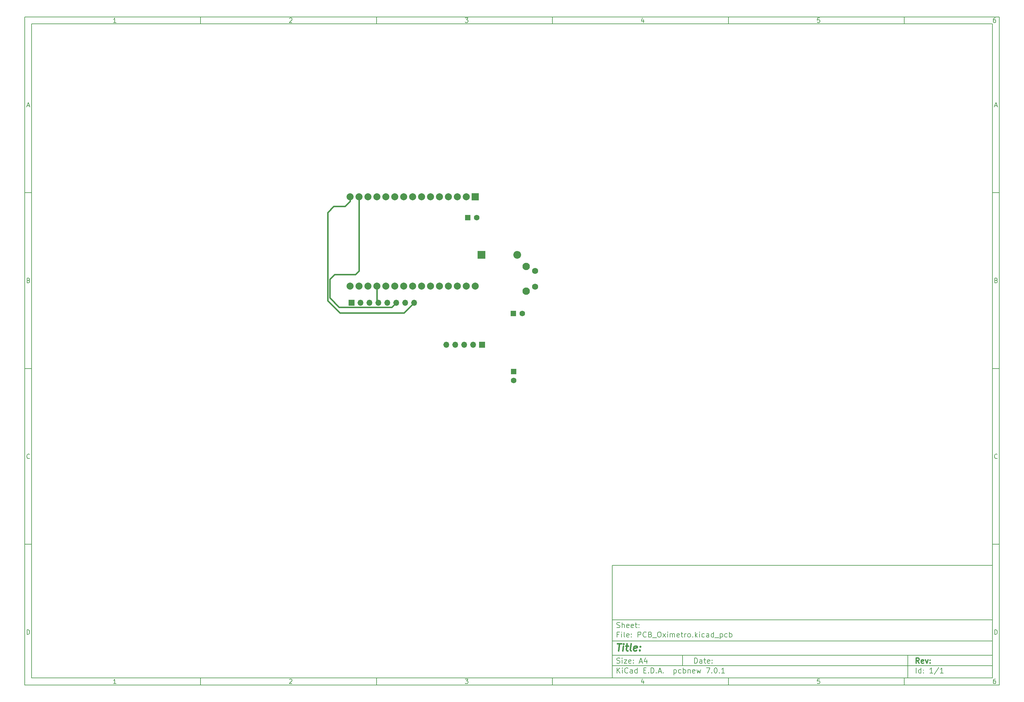
<source format=gbr>
%TF.GenerationSoftware,KiCad,Pcbnew,7.0.1*%
%TF.CreationDate,2023-09-12T17:22:40-03:00*%
%TF.ProjectId,PCB_Oximetro,5043425f-4f78-4696-9d65-74726f2e6b69,rev?*%
%TF.SameCoordinates,Original*%
%TF.FileFunction,Copper,L2,Bot*%
%TF.FilePolarity,Positive*%
%FSLAX46Y46*%
G04 Gerber Fmt 4.6, Leading zero omitted, Abs format (unit mm)*
G04 Created by KiCad (PCBNEW 7.0.1) date 2023-09-12 17:22:40*
%MOMM*%
%LPD*%
G01*
G04 APERTURE LIST*
%ADD10C,0.100000*%
%ADD11C,0.150000*%
%ADD12C,0.300000*%
%ADD13C,0.400000*%
%TA.AperFunction,ComponentPad*%
%ADD14R,1.600000X1.600000*%
%TD*%
%TA.AperFunction,ComponentPad*%
%ADD15C,1.600000*%
%TD*%
%TA.AperFunction,ComponentPad*%
%ADD16R,1.700000X1.700000*%
%TD*%
%TA.AperFunction,ComponentPad*%
%ADD17O,1.700000X1.700000*%
%TD*%
%TA.AperFunction,ComponentPad*%
%ADD18R,2.200000X2.200000*%
%TD*%
%TA.AperFunction,ComponentPad*%
%ADD19O,2.200000X2.200000*%
%TD*%
%TA.AperFunction,ComponentPad*%
%ADD20C,2.100000*%
%TD*%
%TA.AperFunction,ComponentPad*%
%ADD21C,1.750000*%
%TD*%
%TA.AperFunction,ComponentPad*%
%ADD22R,2.000000X2.000000*%
%TD*%
%TA.AperFunction,ComponentPad*%
%ADD23C,2.000000*%
%TD*%
%TA.AperFunction,Conductor*%
%ADD24C,0.381000*%
%TD*%
G04 APERTURE END LIST*
D10*
D11*
X177002200Y-166007200D02*
X285002200Y-166007200D01*
X285002200Y-198007200D01*
X177002200Y-198007200D01*
X177002200Y-166007200D01*
D10*
D11*
X10000000Y-10000000D02*
X287002200Y-10000000D01*
X287002200Y-200007200D01*
X10000000Y-200007200D01*
X10000000Y-10000000D01*
D10*
D11*
X12000000Y-12000000D02*
X285002200Y-12000000D01*
X285002200Y-198007200D01*
X12000000Y-198007200D01*
X12000000Y-12000000D01*
D10*
D11*
X60000000Y-12000000D02*
X60000000Y-10000000D01*
D10*
D11*
X110000000Y-12000000D02*
X110000000Y-10000000D01*
D10*
D11*
X160000000Y-12000000D02*
X160000000Y-10000000D01*
D10*
D11*
X210000000Y-12000000D02*
X210000000Y-10000000D01*
D10*
D11*
X260000000Y-12000000D02*
X260000000Y-10000000D01*
D10*
D11*
X35990476Y-11601404D02*
X35247619Y-11601404D01*
X35619047Y-11601404D02*
X35619047Y-10301404D01*
X35619047Y-10301404D02*
X35495238Y-10487119D01*
X35495238Y-10487119D02*
X35371428Y-10610928D01*
X35371428Y-10610928D02*
X35247619Y-10672833D01*
D10*
D11*
X85247619Y-10425214D02*
X85309523Y-10363309D01*
X85309523Y-10363309D02*
X85433333Y-10301404D01*
X85433333Y-10301404D02*
X85742857Y-10301404D01*
X85742857Y-10301404D02*
X85866666Y-10363309D01*
X85866666Y-10363309D02*
X85928571Y-10425214D01*
X85928571Y-10425214D02*
X85990476Y-10549023D01*
X85990476Y-10549023D02*
X85990476Y-10672833D01*
X85990476Y-10672833D02*
X85928571Y-10858547D01*
X85928571Y-10858547D02*
X85185714Y-11601404D01*
X85185714Y-11601404D02*
X85990476Y-11601404D01*
D10*
D11*
X135185714Y-10301404D02*
X135990476Y-10301404D01*
X135990476Y-10301404D02*
X135557142Y-10796642D01*
X135557142Y-10796642D02*
X135742857Y-10796642D01*
X135742857Y-10796642D02*
X135866666Y-10858547D01*
X135866666Y-10858547D02*
X135928571Y-10920452D01*
X135928571Y-10920452D02*
X135990476Y-11044261D01*
X135990476Y-11044261D02*
X135990476Y-11353785D01*
X135990476Y-11353785D02*
X135928571Y-11477595D01*
X135928571Y-11477595D02*
X135866666Y-11539500D01*
X135866666Y-11539500D02*
X135742857Y-11601404D01*
X135742857Y-11601404D02*
X135371428Y-11601404D01*
X135371428Y-11601404D02*
X135247619Y-11539500D01*
X135247619Y-11539500D02*
X135185714Y-11477595D01*
D10*
D11*
X185866666Y-10734738D02*
X185866666Y-11601404D01*
X185557142Y-10239500D02*
X185247619Y-11168071D01*
X185247619Y-11168071D02*
X186052380Y-11168071D01*
D10*
D11*
X235928571Y-10301404D02*
X235309523Y-10301404D01*
X235309523Y-10301404D02*
X235247619Y-10920452D01*
X235247619Y-10920452D02*
X235309523Y-10858547D01*
X235309523Y-10858547D02*
X235433333Y-10796642D01*
X235433333Y-10796642D02*
X235742857Y-10796642D01*
X235742857Y-10796642D02*
X235866666Y-10858547D01*
X235866666Y-10858547D02*
X235928571Y-10920452D01*
X235928571Y-10920452D02*
X235990476Y-11044261D01*
X235990476Y-11044261D02*
X235990476Y-11353785D01*
X235990476Y-11353785D02*
X235928571Y-11477595D01*
X235928571Y-11477595D02*
X235866666Y-11539500D01*
X235866666Y-11539500D02*
X235742857Y-11601404D01*
X235742857Y-11601404D02*
X235433333Y-11601404D01*
X235433333Y-11601404D02*
X235309523Y-11539500D01*
X235309523Y-11539500D02*
X235247619Y-11477595D01*
D10*
D11*
X285866666Y-10301404D02*
X285619047Y-10301404D01*
X285619047Y-10301404D02*
X285495238Y-10363309D01*
X285495238Y-10363309D02*
X285433333Y-10425214D01*
X285433333Y-10425214D02*
X285309523Y-10610928D01*
X285309523Y-10610928D02*
X285247619Y-10858547D01*
X285247619Y-10858547D02*
X285247619Y-11353785D01*
X285247619Y-11353785D02*
X285309523Y-11477595D01*
X285309523Y-11477595D02*
X285371428Y-11539500D01*
X285371428Y-11539500D02*
X285495238Y-11601404D01*
X285495238Y-11601404D02*
X285742857Y-11601404D01*
X285742857Y-11601404D02*
X285866666Y-11539500D01*
X285866666Y-11539500D02*
X285928571Y-11477595D01*
X285928571Y-11477595D02*
X285990476Y-11353785D01*
X285990476Y-11353785D02*
X285990476Y-11044261D01*
X285990476Y-11044261D02*
X285928571Y-10920452D01*
X285928571Y-10920452D02*
X285866666Y-10858547D01*
X285866666Y-10858547D02*
X285742857Y-10796642D01*
X285742857Y-10796642D02*
X285495238Y-10796642D01*
X285495238Y-10796642D02*
X285371428Y-10858547D01*
X285371428Y-10858547D02*
X285309523Y-10920452D01*
X285309523Y-10920452D02*
X285247619Y-11044261D01*
D10*
D11*
X60000000Y-198007200D02*
X60000000Y-200007200D01*
D10*
D11*
X110000000Y-198007200D02*
X110000000Y-200007200D01*
D10*
D11*
X160000000Y-198007200D02*
X160000000Y-200007200D01*
D10*
D11*
X210000000Y-198007200D02*
X210000000Y-200007200D01*
D10*
D11*
X260000000Y-198007200D02*
X260000000Y-200007200D01*
D10*
D11*
X35990476Y-199608604D02*
X35247619Y-199608604D01*
X35619047Y-199608604D02*
X35619047Y-198308604D01*
X35619047Y-198308604D02*
X35495238Y-198494319D01*
X35495238Y-198494319D02*
X35371428Y-198618128D01*
X35371428Y-198618128D02*
X35247619Y-198680033D01*
D10*
D11*
X85247619Y-198432414D02*
X85309523Y-198370509D01*
X85309523Y-198370509D02*
X85433333Y-198308604D01*
X85433333Y-198308604D02*
X85742857Y-198308604D01*
X85742857Y-198308604D02*
X85866666Y-198370509D01*
X85866666Y-198370509D02*
X85928571Y-198432414D01*
X85928571Y-198432414D02*
X85990476Y-198556223D01*
X85990476Y-198556223D02*
X85990476Y-198680033D01*
X85990476Y-198680033D02*
X85928571Y-198865747D01*
X85928571Y-198865747D02*
X85185714Y-199608604D01*
X85185714Y-199608604D02*
X85990476Y-199608604D01*
D10*
D11*
X135185714Y-198308604D02*
X135990476Y-198308604D01*
X135990476Y-198308604D02*
X135557142Y-198803842D01*
X135557142Y-198803842D02*
X135742857Y-198803842D01*
X135742857Y-198803842D02*
X135866666Y-198865747D01*
X135866666Y-198865747D02*
X135928571Y-198927652D01*
X135928571Y-198927652D02*
X135990476Y-199051461D01*
X135990476Y-199051461D02*
X135990476Y-199360985D01*
X135990476Y-199360985D02*
X135928571Y-199484795D01*
X135928571Y-199484795D02*
X135866666Y-199546700D01*
X135866666Y-199546700D02*
X135742857Y-199608604D01*
X135742857Y-199608604D02*
X135371428Y-199608604D01*
X135371428Y-199608604D02*
X135247619Y-199546700D01*
X135247619Y-199546700D02*
X135185714Y-199484795D01*
D10*
D11*
X185866666Y-198741938D02*
X185866666Y-199608604D01*
X185557142Y-198246700D02*
X185247619Y-199175271D01*
X185247619Y-199175271D02*
X186052380Y-199175271D01*
D10*
D11*
X235928571Y-198308604D02*
X235309523Y-198308604D01*
X235309523Y-198308604D02*
X235247619Y-198927652D01*
X235247619Y-198927652D02*
X235309523Y-198865747D01*
X235309523Y-198865747D02*
X235433333Y-198803842D01*
X235433333Y-198803842D02*
X235742857Y-198803842D01*
X235742857Y-198803842D02*
X235866666Y-198865747D01*
X235866666Y-198865747D02*
X235928571Y-198927652D01*
X235928571Y-198927652D02*
X235990476Y-199051461D01*
X235990476Y-199051461D02*
X235990476Y-199360985D01*
X235990476Y-199360985D02*
X235928571Y-199484795D01*
X235928571Y-199484795D02*
X235866666Y-199546700D01*
X235866666Y-199546700D02*
X235742857Y-199608604D01*
X235742857Y-199608604D02*
X235433333Y-199608604D01*
X235433333Y-199608604D02*
X235309523Y-199546700D01*
X235309523Y-199546700D02*
X235247619Y-199484795D01*
D10*
D11*
X285866666Y-198308604D02*
X285619047Y-198308604D01*
X285619047Y-198308604D02*
X285495238Y-198370509D01*
X285495238Y-198370509D02*
X285433333Y-198432414D01*
X285433333Y-198432414D02*
X285309523Y-198618128D01*
X285309523Y-198618128D02*
X285247619Y-198865747D01*
X285247619Y-198865747D02*
X285247619Y-199360985D01*
X285247619Y-199360985D02*
X285309523Y-199484795D01*
X285309523Y-199484795D02*
X285371428Y-199546700D01*
X285371428Y-199546700D02*
X285495238Y-199608604D01*
X285495238Y-199608604D02*
X285742857Y-199608604D01*
X285742857Y-199608604D02*
X285866666Y-199546700D01*
X285866666Y-199546700D02*
X285928571Y-199484795D01*
X285928571Y-199484795D02*
X285990476Y-199360985D01*
X285990476Y-199360985D02*
X285990476Y-199051461D01*
X285990476Y-199051461D02*
X285928571Y-198927652D01*
X285928571Y-198927652D02*
X285866666Y-198865747D01*
X285866666Y-198865747D02*
X285742857Y-198803842D01*
X285742857Y-198803842D02*
X285495238Y-198803842D01*
X285495238Y-198803842D02*
X285371428Y-198865747D01*
X285371428Y-198865747D02*
X285309523Y-198927652D01*
X285309523Y-198927652D02*
X285247619Y-199051461D01*
D10*
D11*
X10000000Y-60000000D02*
X12000000Y-60000000D01*
D10*
D11*
X10000000Y-110000000D02*
X12000000Y-110000000D01*
D10*
D11*
X10000000Y-160000000D02*
X12000000Y-160000000D01*
D10*
D11*
X10690476Y-35229976D02*
X11309523Y-35229976D01*
X10566666Y-35601404D02*
X10999999Y-34301404D01*
X10999999Y-34301404D02*
X11433333Y-35601404D01*
D10*
D11*
X11092857Y-84920452D02*
X11278571Y-84982357D01*
X11278571Y-84982357D02*
X11340476Y-85044261D01*
X11340476Y-85044261D02*
X11402380Y-85168071D01*
X11402380Y-85168071D02*
X11402380Y-85353785D01*
X11402380Y-85353785D02*
X11340476Y-85477595D01*
X11340476Y-85477595D02*
X11278571Y-85539500D01*
X11278571Y-85539500D02*
X11154761Y-85601404D01*
X11154761Y-85601404D02*
X10659523Y-85601404D01*
X10659523Y-85601404D02*
X10659523Y-84301404D01*
X10659523Y-84301404D02*
X11092857Y-84301404D01*
X11092857Y-84301404D02*
X11216666Y-84363309D01*
X11216666Y-84363309D02*
X11278571Y-84425214D01*
X11278571Y-84425214D02*
X11340476Y-84549023D01*
X11340476Y-84549023D02*
X11340476Y-84672833D01*
X11340476Y-84672833D02*
X11278571Y-84796642D01*
X11278571Y-84796642D02*
X11216666Y-84858547D01*
X11216666Y-84858547D02*
X11092857Y-84920452D01*
X11092857Y-84920452D02*
X10659523Y-84920452D01*
D10*
D11*
X11402380Y-135477595D02*
X11340476Y-135539500D01*
X11340476Y-135539500D02*
X11154761Y-135601404D01*
X11154761Y-135601404D02*
X11030952Y-135601404D01*
X11030952Y-135601404D02*
X10845238Y-135539500D01*
X10845238Y-135539500D02*
X10721428Y-135415690D01*
X10721428Y-135415690D02*
X10659523Y-135291880D01*
X10659523Y-135291880D02*
X10597619Y-135044261D01*
X10597619Y-135044261D02*
X10597619Y-134858547D01*
X10597619Y-134858547D02*
X10659523Y-134610928D01*
X10659523Y-134610928D02*
X10721428Y-134487119D01*
X10721428Y-134487119D02*
X10845238Y-134363309D01*
X10845238Y-134363309D02*
X11030952Y-134301404D01*
X11030952Y-134301404D02*
X11154761Y-134301404D01*
X11154761Y-134301404D02*
X11340476Y-134363309D01*
X11340476Y-134363309D02*
X11402380Y-134425214D01*
D10*
D11*
X10659523Y-185601404D02*
X10659523Y-184301404D01*
X10659523Y-184301404D02*
X10969047Y-184301404D01*
X10969047Y-184301404D02*
X11154761Y-184363309D01*
X11154761Y-184363309D02*
X11278571Y-184487119D01*
X11278571Y-184487119D02*
X11340476Y-184610928D01*
X11340476Y-184610928D02*
X11402380Y-184858547D01*
X11402380Y-184858547D02*
X11402380Y-185044261D01*
X11402380Y-185044261D02*
X11340476Y-185291880D01*
X11340476Y-185291880D02*
X11278571Y-185415690D01*
X11278571Y-185415690D02*
X11154761Y-185539500D01*
X11154761Y-185539500D02*
X10969047Y-185601404D01*
X10969047Y-185601404D02*
X10659523Y-185601404D01*
D10*
D11*
X287002200Y-60000000D02*
X285002200Y-60000000D01*
D10*
D11*
X287002200Y-110000000D02*
X285002200Y-110000000D01*
D10*
D11*
X287002200Y-160000000D02*
X285002200Y-160000000D01*
D10*
D11*
X285692676Y-35229976D02*
X286311723Y-35229976D01*
X285568866Y-35601404D02*
X286002199Y-34301404D01*
X286002199Y-34301404D02*
X286435533Y-35601404D01*
D10*
D11*
X286095057Y-84920452D02*
X286280771Y-84982357D01*
X286280771Y-84982357D02*
X286342676Y-85044261D01*
X286342676Y-85044261D02*
X286404580Y-85168071D01*
X286404580Y-85168071D02*
X286404580Y-85353785D01*
X286404580Y-85353785D02*
X286342676Y-85477595D01*
X286342676Y-85477595D02*
X286280771Y-85539500D01*
X286280771Y-85539500D02*
X286156961Y-85601404D01*
X286156961Y-85601404D02*
X285661723Y-85601404D01*
X285661723Y-85601404D02*
X285661723Y-84301404D01*
X285661723Y-84301404D02*
X286095057Y-84301404D01*
X286095057Y-84301404D02*
X286218866Y-84363309D01*
X286218866Y-84363309D02*
X286280771Y-84425214D01*
X286280771Y-84425214D02*
X286342676Y-84549023D01*
X286342676Y-84549023D02*
X286342676Y-84672833D01*
X286342676Y-84672833D02*
X286280771Y-84796642D01*
X286280771Y-84796642D02*
X286218866Y-84858547D01*
X286218866Y-84858547D02*
X286095057Y-84920452D01*
X286095057Y-84920452D02*
X285661723Y-84920452D01*
D10*
D11*
X286404580Y-135477595D02*
X286342676Y-135539500D01*
X286342676Y-135539500D02*
X286156961Y-135601404D01*
X286156961Y-135601404D02*
X286033152Y-135601404D01*
X286033152Y-135601404D02*
X285847438Y-135539500D01*
X285847438Y-135539500D02*
X285723628Y-135415690D01*
X285723628Y-135415690D02*
X285661723Y-135291880D01*
X285661723Y-135291880D02*
X285599819Y-135044261D01*
X285599819Y-135044261D02*
X285599819Y-134858547D01*
X285599819Y-134858547D02*
X285661723Y-134610928D01*
X285661723Y-134610928D02*
X285723628Y-134487119D01*
X285723628Y-134487119D02*
X285847438Y-134363309D01*
X285847438Y-134363309D02*
X286033152Y-134301404D01*
X286033152Y-134301404D02*
X286156961Y-134301404D01*
X286156961Y-134301404D02*
X286342676Y-134363309D01*
X286342676Y-134363309D02*
X286404580Y-134425214D01*
D10*
D11*
X285661723Y-185601404D02*
X285661723Y-184301404D01*
X285661723Y-184301404D02*
X285971247Y-184301404D01*
X285971247Y-184301404D02*
X286156961Y-184363309D01*
X286156961Y-184363309D02*
X286280771Y-184487119D01*
X286280771Y-184487119D02*
X286342676Y-184610928D01*
X286342676Y-184610928D02*
X286404580Y-184858547D01*
X286404580Y-184858547D02*
X286404580Y-185044261D01*
X286404580Y-185044261D02*
X286342676Y-185291880D01*
X286342676Y-185291880D02*
X286280771Y-185415690D01*
X286280771Y-185415690D02*
X286156961Y-185539500D01*
X286156961Y-185539500D02*
X285971247Y-185601404D01*
X285971247Y-185601404D02*
X285661723Y-185601404D01*
D10*
D11*
X200359342Y-193801128D02*
X200359342Y-192301128D01*
X200359342Y-192301128D02*
X200716485Y-192301128D01*
X200716485Y-192301128D02*
X200930771Y-192372557D01*
X200930771Y-192372557D02*
X201073628Y-192515414D01*
X201073628Y-192515414D02*
X201145057Y-192658271D01*
X201145057Y-192658271D02*
X201216485Y-192943985D01*
X201216485Y-192943985D02*
X201216485Y-193158271D01*
X201216485Y-193158271D02*
X201145057Y-193443985D01*
X201145057Y-193443985D02*
X201073628Y-193586842D01*
X201073628Y-193586842D02*
X200930771Y-193729700D01*
X200930771Y-193729700D02*
X200716485Y-193801128D01*
X200716485Y-193801128D02*
X200359342Y-193801128D01*
X202502200Y-193801128D02*
X202502200Y-193015414D01*
X202502200Y-193015414D02*
X202430771Y-192872557D01*
X202430771Y-192872557D02*
X202287914Y-192801128D01*
X202287914Y-192801128D02*
X202002200Y-192801128D01*
X202002200Y-192801128D02*
X201859342Y-192872557D01*
X202502200Y-193729700D02*
X202359342Y-193801128D01*
X202359342Y-193801128D02*
X202002200Y-193801128D01*
X202002200Y-193801128D02*
X201859342Y-193729700D01*
X201859342Y-193729700D02*
X201787914Y-193586842D01*
X201787914Y-193586842D02*
X201787914Y-193443985D01*
X201787914Y-193443985D02*
X201859342Y-193301128D01*
X201859342Y-193301128D02*
X202002200Y-193229700D01*
X202002200Y-193229700D02*
X202359342Y-193229700D01*
X202359342Y-193229700D02*
X202502200Y-193158271D01*
X203002200Y-192801128D02*
X203573628Y-192801128D01*
X203216485Y-192301128D02*
X203216485Y-193586842D01*
X203216485Y-193586842D02*
X203287914Y-193729700D01*
X203287914Y-193729700D02*
X203430771Y-193801128D01*
X203430771Y-193801128D02*
X203573628Y-193801128D01*
X204645057Y-193729700D02*
X204502200Y-193801128D01*
X204502200Y-193801128D02*
X204216486Y-193801128D01*
X204216486Y-193801128D02*
X204073628Y-193729700D01*
X204073628Y-193729700D02*
X204002200Y-193586842D01*
X204002200Y-193586842D02*
X204002200Y-193015414D01*
X204002200Y-193015414D02*
X204073628Y-192872557D01*
X204073628Y-192872557D02*
X204216486Y-192801128D01*
X204216486Y-192801128D02*
X204502200Y-192801128D01*
X204502200Y-192801128D02*
X204645057Y-192872557D01*
X204645057Y-192872557D02*
X204716486Y-193015414D01*
X204716486Y-193015414D02*
X204716486Y-193158271D01*
X204716486Y-193158271D02*
X204002200Y-193301128D01*
X205359342Y-193658271D02*
X205430771Y-193729700D01*
X205430771Y-193729700D02*
X205359342Y-193801128D01*
X205359342Y-193801128D02*
X205287914Y-193729700D01*
X205287914Y-193729700D02*
X205359342Y-193658271D01*
X205359342Y-193658271D02*
X205359342Y-193801128D01*
X205359342Y-192872557D02*
X205430771Y-192943985D01*
X205430771Y-192943985D02*
X205359342Y-193015414D01*
X205359342Y-193015414D02*
X205287914Y-192943985D01*
X205287914Y-192943985D02*
X205359342Y-192872557D01*
X205359342Y-192872557D02*
X205359342Y-193015414D01*
D10*
D11*
X177002200Y-194507200D02*
X285002200Y-194507200D01*
D10*
D11*
X178359342Y-196601128D02*
X178359342Y-195101128D01*
X179216485Y-196601128D02*
X178573628Y-195743985D01*
X179216485Y-195101128D02*
X178359342Y-195958271D01*
X179859342Y-196601128D02*
X179859342Y-195601128D01*
X179859342Y-195101128D02*
X179787914Y-195172557D01*
X179787914Y-195172557D02*
X179859342Y-195243985D01*
X179859342Y-195243985D02*
X179930771Y-195172557D01*
X179930771Y-195172557D02*
X179859342Y-195101128D01*
X179859342Y-195101128D02*
X179859342Y-195243985D01*
X181430771Y-196458271D02*
X181359343Y-196529700D01*
X181359343Y-196529700D02*
X181145057Y-196601128D01*
X181145057Y-196601128D02*
X181002200Y-196601128D01*
X181002200Y-196601128D02*
X180787914Y-196529700D01*
X180787914Y-196529700D02*
X180645057Y-196386842D01*
X180645057Y-196386842D02*
X180573628Y-196243985D01*
X180573628Y-196243985D02*
X180502200Y-195958271D01*
X180502200Y-195958271D02*
X180502200Y-195743985D01*
X180502200Y-195743985D02*
X180573628Y-195458271D01*
X180573628Y-195458271D02*
X180645057Y-195315414D01*
X180645057Y-195315414D02*
X180787914Y-195172557D01*
X180787914Y-195172557D02*
X181002200Y-195101128D01*
X181002200Y-195101128D02*
X181145057Y-195101128D01*
X181145057Y-195101128D02*
X181359343Y-195172557D01*
X181359343Y-195172557D02*
X181430771Y-195243985D01*
X182716486Y-196601128D02*
X182716486Y-195815414D01*
X182716486Y-195815414D02*
X182645057Y-195672557D01*
X182645057Y-195672557D02*
X182502200Y-195601128D01*
X182502200Y-195601128D02*
X182216486Y-195601128D01*
X182216486Y-195601128D02*
X182073628Y-195672557D01*
X182716486Y-196529700D02*
X182573628Y-196601128D01*
X182573628Y-196601128D02*
X182216486Y-196601128D01*
X182216486Y-196601128D02*
X182073628Y-196529700D01*
X182073628Y-196529700D02*
X182002200Y-196386842D01*
X182002200Y-196386842D02*
X182002200Y-196243985D01*
X182002200Y-196243985D02*
X182073628Y-196101128D01*
X182073628Y-196101128D02*
X182216486Y-196029700D01*
X182216486Y-196029700D02*
X182573628Y-196029700D01*
X182573628Y-196029700D02*
X182716486Y-195958271D01*
X184073629Y-196601128D02*
X184073629Y-195101128D01*
X184073629Y-196529700D02*
X183930771Y-196601128D01*
X183930771Y-196601128D02*
X183645057Y-196601128D01*
X183645057Y-196601128D02*
X183502200Y-196529700D01*
X183502200Y-196529700D02*
X183430771Y-196458271D01*
X183430771Y-196458271D02*
X183359343Y-196315414D01*
X183359343Y-196315414D02*
X183359343Y-195886842D01*
X183359343Y-195886842D02*
X183430771Y-195743985D01*
X183430771Y-195743985D02*
X183502200Y-195672557D01*
X183502200Y-195672557D02*
X183645057Y-195601128D01*
X183645057Y-195601128D02*
X183930771Y-195601128D01*
X183930771Y-195601128D02*
X184073629Y-195672557D01*
X185930771Y-195815414D02*
X186430771Y-195815414D01*
X186645057Y-196601128D02*
X185930771Y-196601128D01*
X185930771Y-196601128D02*
X185930771Y-195101128D01*
X185930771Y-195101128D02*
X186645057Y-195101128D01*
X187287914Y-196458271D02*
X187359343Y-196529700D01*
X187359343Y-196529700D02*
X187287914Y-196601128D01*
X187287914Y-196601128D02*
X187216486Y-196529700D01*
X187216486Y-196529700D02*
X187287914Y-196458271D01*
X187287914Y-196458271D02*
X187287914Y-196601128D01*
X188002200Y-196601128D02*
X188002200Y-195101128D01*
X188002200Y-195101128D02*
X188359343Y-195101128D01*
X188359343Y-195101128D02*
X188573629Y-195172557D01*
X188573629Y-195172557D02*
X188716486Y-195315414D01*
X188716486Y-195315414D02*
X188787915Y-195458271D01*
X188787915Y-195458271D02*
X188859343Y-195743985D01*
X188859343Y-195743985D02*
X188859343Y-195958271D01*
X188859343Y-195958271D02*
X188787915Y-196243985D01*
X188787915Y-196243985D02*
X188716486Y-196386842D01*
X188716486Y-196386842D02*
X188573629Y-196529700D01*
X188573629Y-196529700D02*
X188359343Y-196601128D01*
X188359343Y-196601128D02*
X188002200Y-196601128D01*
X189502200Y-196458271D02*
X189573629Y-196529700D01*
X189573629Y-196529700D02*
X189502200Y-196601128D01*
X189502200Y-196601128D02*
X189430772Y-196529700D01*
X189430772Y-196529700D02*
X189502200Y-196458271D01*
X189502200Y-196458271D02*
X189502200Y-196601128D01*
X190145058Y-196172557D02*
X190859344Y-196172557D01*
X190002201Y-196601128D02*
X190502201Y-195101128D01*
X190502201Y-195101128D02*
X191002201Y-196601128D01*
X191502200Y-196458271D02*
X191573629Y-196529700D01*
X191573629Y-196529700D02*
X191502200Y-196601128D01*
X191502200Y-196601128D02*
X191430772Y-196529700D01*
X191430772Y-196529700D02*
X191502200Y-196458271D01*
X191502200Y-196458271D02*
X191502200Y-196601128D01*
X194502200Y-195601128D02*
X194502200Y-197101128D01*
X194502200Y-195672557D02*
X194645058Y-195601128D01*
X194645058Y-195601128D02*
X194930772Y-195601128D01*
X194930772Y-195601128D02*
X195073629Y-195672557D01*
X195073629Y-195672557D02*
X195145058Y-195743985D01*
X195145058Y-195743985D02*
X195216486Y-195886842D01*
X195216486Y-195886842D02*
X195216486Y-196315414D01*
X195216486Y-196315414D02*
X195145058Y-196458271D01*
X195145058Y-196458271D02*
X195073629Y-196529700D01*
X195073629Y-196529700D02*
X194930772Y-196601128D01*
X194930772Y-196601128D02*
X194645058Y-196601128D01*
X194645058Y-196601128D02*
X194502200Y-196529700D01*
X196502201Y-196529700D02*
X196359343Y-196601128D01*
X196359343Y-196601128D02*
X196073629Y-196601128D01*
X196073629Y-196601128D02*
X195930772Y-196529700D01*
X195930772Y-196529700D02*
X195859343Y-196458271D01*
X195859343Y-196458271D02*
X195787915Y-196315414D01*
X195787915Y-196315414D02*
X195787915Y-195886842D01*
X195787915Y-195886842D02*
X195859343Y-195743985D01*
X195859343Y-195743985D02*
X195930772Y-195672557D01*
X195930772Y-195672557D02*
X196073629Y-195601128D01*
X196073629Y-195601128D02*
X196359343Y-195601128D01*
X196359343Y-195601128D02*
X196502201Y-195672557D01*
X197145057Y-196601128D02*
X197145057Y-195101128D01*
X197145057Y-195672557D02*
X197287915Y-195601128D01*
X197287915Y-195601128D02*
X197573629Y-195601128D01*
X197573629Y-195601128D02*
X197716486Y-195672557D01*
X197716486Y-195672557D02*
X197787915Y-195743985D01*
X197787915Y-195743985D02*
X197859343Y-195886842D01*
X197859343Y-195886842D02*
X197859343Y-196315414D01*
X197859343Y-196315414D02*
X197787915Y-196458271D01*
X197787915Y-196458271D02*
X197716486Y-196529700D01*
X197716486Y-196529700D02*
X197573629Y-196601128D01*
X197573629Y-196601128D02*
X197287915Y-196601128D01*
X197287915Y-196601128D02*
X197145057Y-196529700D01*
X198502200Y-195601128D02*
X198502200Y-196601128D01*
X198502200Y-195743985D02*
X198573629Y-195672557D01*
X198573629Y-195672557D02*
X198716486Y-195601128D01*
X198716486Y-195601128D02*
X198930772Y-195601128D01*
X198930772Y-195601128D02*
X199073629Y-195672557D01*
X199073629Y-195672557D02*
X199145058Y-195815414D01*
X199145058Y-195815414D02*
X199145058Y-196601128D01*
X200430772Y-196529700D02*
X200287915Y-196601128D01*
X200287915Y-196601128D02*
X200002201Y-196601128D01*
X200002201Y-196601128D02*
X199859343Y-196529700D01*
X199859343Y-196529700D02*
X199787915Y-196386842D01*
X199787915Y-196386842D02*
X199787915Y-195815414D01*
X199787915Y-195815414D02*
X199859343Y-195672557D01*
X199859343Y-195672557D02*
X200002201Y-195601128D01*
X200002201Y-195601128D02*
X200287915Y-195601128D01*
X200287915Y-195601128D02*
X200430772Y-195672557D01*
X200430772Y-195672557D02*
X200502201Y-195815414D01*
X200502201Y-195815414D02*
X200502201Y-195958271D01*
X200502201Y-195958271D02*
X199787915Y-196101128D01*
X201002200Y-195601128D02*
X201287915Y-196601128D01*
X201287915Y-196601128D02*
X201573629Y-195886842D01*
X201573629Y-195886842D02*
X201859343Y-196601128D01*
X201859343Y-196601128D02*
X202145057Y-195601128D01*
X203716486Y-195101128D02*
X204716486Y-195101128D01*
X204716486Y-195101128D02*
X204073629Y-196601128D01*
X205287914Y-196458271D02*
X205359343Y-196529700D01*
X205359343Y-196529700D02*
X205287914Y-196601128D01*
X205287914Y-196601128D02*
X205216486Y-196529700D01*
X205216486Y-196529700D02*
X205287914Y-196458271D01*
X205287914Y-196458271D02*
X205287914Y-196601128D01*
X206287915Y-195101128D02*
X206430772Y-195101128D01*
X206430772Y-195101128D02*
X206573629Y-195172557D01*
X206573629Y-195172557D02*
X206645058Y-195243985D01*
X206645058Y-195243985D02*
X206716486Y-195386842D01*
X206716486Y-195386842D02*
X206787915Y-195672557D01*
X206787915Y-195672557D02*
X206787915Y-196029700D01*
X206787915Y-196029700D02*
X206716486Y-196315414D01*
X206716486Y-196315414D02*
X206645058Y-196458271D01*
X206645058Y-196458271D02*
X206573629Y-196529700D01*
X206573629Y-196529700D02*
X206430772Y-196601128D01*
X206430772Y-196601128D02*
X206287915Y-196601128D01*
X206287915Y-196601128D02*
X206145058Y-196529700D01*
X206145058Y-196529700D02*
X206073629Y-196458271D01*
X206073629Y-196458271D02*
X206002200Y-196315414D01*
X206002200Y-196315414D02*
X205930772Y-196029700D01*
X205930772Y-196029700D02*
X205930772Y-195672557D01*
X205930772Y-195672557D02*
X206002200Y-195386842D01*
X206002200Y-195386842D02*
X206073629Y-195243985D01*
X206073629Y-195243985D02*
X206145058Y-195172557D01*
X206145058Y-195172557D02*
X206287915Y-195101128D01*
X207430771Y-196458271D02*
X207502200Y-196529700D01*
X207502200Y-196529700D02*
X207430771Y-196601128D01*
X207430771Y-196601128D02*
X207359343Y-196529700D01*
X207359343Y-196529700D02*
X207430771Y-196458271D01*
X207430771Y-196458271D02*
X207430771Y-196601128D01*
X208930772Y-196601128D02*
X208073629Y-196601128D01*
X208502200Y-196601128D02*
X208502200Y-195101128D01*
X208502200Y-195101128D02*
X208359343Y-195315414D01*
X208359343Y-195315414D02*
X208216486Y-195458271D01*
X208216486Y-195458271D02*
X208073629Y-195529700D01*
D10*
D11*
X177002200Y-191507200D02*
X285002200Y-191507200D01*
D10*
D12*
X264216485Y-193801128D02*
X263716485Y-193086842D01*
X263359342Y-193801128D02*
X263359342Y-192301128D01*
X263359342Y-192301128D02*
X263930771Y-192301128D01*
X263930771Y-192301128D02*
X264073628Y-192372557D01*
X264073628Y-192372557D02*
X264145057Y-192443985D01*
X264145057Y-192443985D02*
X264216485Y-192586842D01*
X264216485Y-192586842D02*
X264216485Y-192801128D01*
X264216485Y-192801128D02*
X264145057Y-192943985D01*
X264145057Y-192943985D02*
X264073628Y-193015414D01*
X264073628Y-193015414D02*
X263930771Y-193086842D01*
X263930771Y-193086842D02*
X263359342Y-193086842D01*
X265430771Y-193729700D02*
X265287914Y-193801128D01*
X265287914Y-193801128D02*
X265002200Y-193801128D01*
X265002200Y-193801128D02*
X264859342Y-193729700D01*
X264859342Y-193729700D02*
X264787914Y-193586842D01*
X264787914Y-193586842D02*
X264787914Y-193015414D01*
X264787914Y-193015414D02*
X264859342Y-192872557D01*
X264859342Y-192872557D02*
X265002200Y-192801128D01*
X265002200Y-192801128D02*
X265287914Y-192801128D01*
X265287914Y-192801128D02*
X265430771Y-192872557D01*
X265430771Y-192872557D02*
X265502200Y-193015414D01*
X265502200Y-193015414D02*
X265502200Y-193158271D01*
X265502200Y-193158271D02*
X264787914Y-193301128D01*
X266002199Y-192801128D02*
X266359342Y-193801128D01*
X266359342Y-193801128D02*
X266716485Y-192801128D01*
X267287913Y-193658271D02*
X267359342Y-193729700D01*
X267359342Y-193729700D02*
X267287913Y-193801128D01*
X267287913Y-193801128D02*
X267216485Y-193729700D01*
X267216485Y-193729700D02*
X267287913Y-193658271D01*
X267287913Y-193658271D02*
X267287913Y-193801128D01*
X267287913Y-192872557D02*
X267359342Y-192943985D01*
X267359342Y-192943985D02*
X267287913Y-193015414D01*
X267287913Y-193015414D02*
X267216485Y-192943985D01*
X267216485Y-192943985D02*
X267287913Y-192872557D01*
X267287913Y-192872557D02*
X267287913Y-193015414D01*
D10*
D11*
X178287914Y-193729700D02*
X178502200Y-193801128D01*
X178502200Y-193801128D02*
X178859342Y-193801128D01*
X178859342Y-193801128D02*
X179002200Y-193729700D01*
X179002200Y-193729700D02*
X179073628Y-193658271D01*
X179073628Y-193658271D02*
X179145057Y-193515414D01*
X179145057Y-193515414D02*
X179145057Y-193372557D01*
X179145057Y-193372557D02*
X179073628Y-193229700D01*
X179073628Y-193229700D02*
X179002200Y-193158271D01*
X179002200Y-193158271D02*
X178859342Y-193086842D01*
X178859342Y-193086842D02*
X178573628Y-193015414D01*
X178573628Y-193015414D02*
X178430771Y-192943985D01*
X178430771Y-192943985D02*
X178359342Y-192872557D01*
X178359342Y-192872557D02*
X178287914Y-192729700D01*
X178287914Y-192729700D02*
X178287914Y-192586842D01*
X178287914Y-192586842D02*
X178359342Y-192443985D01*
X178359342Y-192443985D02*
X178430771Y-192372557D01*
X178430771Y-192372557D02*
X178573628Y-192301128D01*
X178573628Y-192301128D02*
X178930771Y-192301128D01*
X178930771Y-192301128D02*
X179145057Y-192372557D01*
X179787913Y-193801128D02*
X179787913Y-192801128D01*
X179787913Y-192301128D02*
X179716485Y-192372557D01*
X179716485Y-192372557D02*
X179787913Y-192443985D01*
X179787913Y-192443985D02*
X179859342Y-192372557D01*
X179859342Y-192372557D02*
X179787913Y-192301128D01*
X179787913Y-192301128D02*
X179787913Y-192443985D01*
X180359342Y-192801128D02*
X181145057Y-192801128D01*
X181145057Y-192801128D02*
X180359342Y-193801128D01*
X180359342Y-193801128D02*
X181145057Y-193801128D01*
X182287914Y-193729700D02*
X182145057Y-193801128D01*
X182145057Y-193801128D02*
X181859343Y-193801128D01*
X181859343Y-193801128D02*
X181716485Y-193729700D01*
X181716485Y-193729700D02*
X181645057Y-193586842D01*
X181645057Y-193586842D02*
X181645057Y-193015414D01*
X181645057Y-193015414D02*
X181716485Y-192872557D01*
X181716485Y-192872557D02*
X181859343Y-192801128D01*
X181859343Y-192801128D02*
X182145057Y-192801128D01*
X182145057Y-192801128D02*
X182287914Y-192872557D01*
X182287914Y-192872557D02*
X182359343Y-193015414D01*
X182359343Y-193015414D02*
X182359343Y-193158271D01*
X182359343Y-193158271D02*
X181645057Y-193301128D01*
X183002199Y-193658271D02*
X183073628Y-193729700D01*
X183073628Y-193729700D02*
X183002199Y-193801128D01*
X183002199Y-193801128D02*
X182930771Y-193729700D01*
X182930771Y-193729700D02*
X183002199Y-193658271D01*
X183002199Y-193658271D02*
X183002199Y-193801128D01*
X183002199Y-192872557D02*
X183073628Y-192943985D01*
X183073628Y-192943985D02*
X183002199Y-193015414D01*
X183002199Y-193015414D02*
X182930771Y-192943985D01*
X182930771Y-192943985D02*
X183002199Y-192872557D01*
X183002199Y-192872557D02*
X183002199Y-193015414D01*
X184787914Y-193372557D02*
X185502200Y-193372557D01*
X184645057Y-193801128D02*
X185145057Y-192301128D01*
X185145057Y-192301128D02*
X185645057Y-193801128D01*
X186787914Y-192801128D02*
X186787914Y-193801128D01*
X186430771Y-192229700D02*
X186073628Y-193301128D01*
X186073628Y-193301128D02*
X187002199Y-193301128D01*
D10*
D11*
X263359342Y-196601128D02*
X263359342Y-195101128D01*
X264716486Y-196601128D02*
X264716486Y-195101128D01*
X264716486Y-196529700D02*
X264573628Y-196601128D01*
X264573628Y-196601128D02*
X264287914Y-196601128D01*
X264287914Y-196601128D02*
X264145057Y-196529700D01*
X264145057Y-196529700D02*
X264073628Y-196458271D01*
X264073628Y-196458271D02*
X264002200Y-196315414D01*
X264002200Y-196315414D02*
X264002200Y-195886842D01*
X264002200Y-195886842D02*
X264073628Y-195743985D01*
X264073628Y-195743985D02*
X264145057Y-195672557D01*
X264145057Y-195672557D02*
X264287914Y-195601128D01*
X264287914Y-195601128D02*
X264573628Y-195601128D01*
X264573628Y-195601128D02*
X264716486Y-195672557D01*
X265430771Y-196458271D02*
X265502200Y-196529700D01*
X265502200Y-196529700D02*
X265430771Y-196601128D01*
X265430771Y-196601128D02*
X265359343Y-196529700D01*
X265359343Y-196529700D02*
X265430771Y-196458271D01*
X265430771Y-196458271D02*
X265430771Y-196601128D01*
X265430771Y-195672557D02*
X265502200Y-195743985D01*
X265502200Y-195743985D02*
X265430771Y-195815414D01*
X265430771Y-195815414D02*
X265359343Y-195743985D01*
X265359343Y-195743985D02*
X265430771Y-195672557D01*
X265430771Y-195672557D02*
X265430771Y-195815414D01*
X268073629Y-196601128D02*
X267216486Y-196601128D01*
X267645057Y-196601128D02*
X267645057Y-195101128D01*
X267645057Y-195101128D02*
X267502200Y-195315414D01*
X267502200Y-195315414D02*
X267359343Y-195458271D01*
X267359343Y-195458271D02*
X267216486Y-195529700D01*
X269787914Y-195029700D02*
X268502200Y-196958271D01*
X271073629Y-196601128D02*
X270216486Y-196601128D01*
X270645057Y-196601128D02*
X270645057Y-195101128D01*
X270645057Y-195101128D02*
X270502200Y-195315414D01*
X270502200Y-195315414D02*
X270359343Y-195458271D01*
X270359343Y-195458271D02*
X270216486Y-195529700D01*
D10*
D11*
X177002200Y-187507200D02*
X285002200Y-187507200D01*
D10*
D13*
X178430771Y-188232438D02*
X179573628Y-188232438D01*
X178752200Y-190232438D02*
X179002200Y-188232438D01*
X179978390Y-190232438D02*
X180145057Y-188899104D01*
X180228390Y-188232438D02*
X180121247Y-188327676D01*
X180121247Y-188327676D02*
X180204581Y-188422914D01*
X180204581Y-188422914D02*
X180311724Y-188327676D01*
X180311724Y-188327676D02*
X180228390Y-188232438D01*
X180228390Y-188232438D02*
X180204581Y-188422914D01*
X180799819Y-188899104D02*
X181561723Y-188899104D01*
X181168866Y-188232438D02*
X180954581Y-189946723D01*
X180954581Y-189946723D02*
X181026009Y-190137200D01*
X181026009Y-190137200D02*
X181204581Y-190232438D01*
X181204581Y-190232438D02*
X181395057Y-190232438D01*
X182335533Y-190232438D02*
X182156961Y-190137200D01*
X182156961Y-190137200D02*
X182085533Y-189946723D01*
X182085533Y-189946723D02*
X182299818Y-188232438D01*
X183859342Y-190137200D02*
X183656961Y-190232438D01*
X183656961Y-190232438D02*
X183276008Y-190232438D01*
X183276008Y-190232438D02*
X183097437Y-190137200D01*
X183097437Y-190137200D02*
X183026008Y-189946723D01*
X183026008Y-189946723D02*
X183121247Y-189184819D01*
X183121247Y-189184819D02*
X183240294Y-188994342D01*
X183240294Y-188994342D02*
X183442675Y-188899104D01*
X183442675Y-188899104D02*
X183823627Y-188899104D01*
X183823627Y-188899104D02*
X184002199Y-188994342D01*
X184002199Y-188994342D02*
X184073627Y-189184819D01*
X184073627Y-189184819D02*
X184049818Y-189375295D01*
X184049818Y-189375295D02*
X183073627Y-189565771D01*
X184811723Y-190041961D02*
X184895056Y-190137200D01*
X184895056Y-190137200D02*
X184787913Y-190232438D01*
X184787913Y-190232438D02*
X184704580Y-190137200D01*
X184704580Y-190137200D02*
X184811723Y-190041961D01*
X184811723Y-190041961D02*
X184787913Y-190232438D01*
X184942675Y-188994342D02*
X185026008Y-189089580D01*
X185026008Y-189089580D02*
X184918866Y-189184819D01*
X184918866Y-189184819D02*
X184835532Y-189089580D01*
X184835532Y-189089580D02*
X184942675Y-188994342D01*
X184942675Y-188994342D02*
X184918866Y-189184819D01*
D10*
D11*
X178859342Y-185615414D02*
X178359342Y-185615414D01*
X178359342Y-186401128D02*
X178359342Y-184901128D01*
X178359342Y-184901128D02*
X179073628Y-184901128D01*
X179645056Y-186401128D02*
X179645056Y-185401128D01*
X179645056Y-184901128D02*
X179573628Y-184972557D01*
X179573628Y-184972557D02*
X179645056Y-185043985D01*
X179645056Y-185043985D02*
X179716485Y-184972557D01*
X179716485Y-184972557D02*
X179645056Y-184901128D01*
X179645056Y-184901128D02*
X179645056Y-185043985D01*
X180573628Y-186401128D02*
X180430771Y-186329700D01*
X180430771Y-186329700D02*
X180359342Y-186186842D01*
X180359342Y-186186842D02*
X180359342Y-184901128D01*
X181716485Y-186329700D02*
X181573628Y-186401128D01*
X181573628Y-186401128D02*
X181287914Y-186401128D01*
X181287914Y-186401128D02*
X181145056Y-186329700D01*
X181145056Y-186329700D02*
X181073628Y-186186842D01*
X181073628Y-186186842D02*
X181073628Y-185615414D01*
X181073628Y-185615414D02*
X181145056Y-185472557D01*
X181145056Y-185472557D02*
X181287914Y-185401128D01*
X181287914Y-185401128D02*
X181573628Y-185401128D01*
X181573628Y-185401128D02*
X181716485Y-185472557D01*
X181716485Y-185472557D02*
X181787914Y-185615414D01*
X181787914Y-185615414D02*
X181787914Y-185758271D01*
X181787914Y-185758271D02*
X181073628Y-185901128D01*
X182430770Y-186258271D02*
X182502199Y-186329700D01*
X182502199Y-186329700D02*
X182430770Y-186401128D01*
X182430770Y-186401128D02*
X182359342Y-186329700D01*
X182359342Y-186329700D02*
X182430770Y-186258271D01*
X182430770Y-186258271D02*
X182430770Y-186401128D01*
X182430770Y-185472557D02*
X182502199Y-185543985D01*
X182502199Y-185543985D02*
X182430770Y-185615414D01*
X182430770Y-185615414D02*
X182359342Y-185543985D01*
X182359342Y-185543985D02*
X182430770Y-185472557D01*
X182430770Y-185472557D02*
X182430770Y-185615414D01*
X184287913Y-186401128D02*
X184287913Y-184901128D01*
X184287913Y-184901128D02*
X184859342Y-184901128D01*
X184859342Y-184901128D02*
X185002199Y-184972557D01*
X185002199Y-184972557D02*
X185073628Y-185043985D01*
X185073628Y-185043985D02*
X185145056Y-185186842D01*
X185145056Y-185186842D02*
X185145056Y-185401128D01*
X185145056Y-185401128D02*
X185073628Y-185543985D01*
X185073628Y-185543985D02*
X185002199Y-185615414D01*
X185002199Y-185615414D02*
X184859342Y-185686842D01*
X184859342Y-185686842D02*
X184287913Y-185686842D01*
X186645056Y-186258271D02*
X186573628Y-186329700D01*
X186573628Y-186329700D02*
X186359342Y-186401128D01*
X186359342Y-186401128D02*
X186216485Y-186401128D01*
X186216485Y-186401128D02*
X186002199Y-186329700D01*
X186002199Y-186329700D02*
X185859342Y-186186842D01*
X185859342Y-186186842D02*
X185787913Y-186043985D01*
X185787913Y-186043985D02*
X185716485Y-185758271D01*
X185716485Y-185758271D02*
X185716485Y-185543985D01*
X185716485Y-185543985D02*
X185787913Y-185258271D01*
X185787913Y-185258271D02*
X185859342Y-185115414D01*
X185859342Y-185115414D02*
X186002199Y-184972557D01*
X186002199Y-184972557D02*
X186216485Y-184901128D01*
X186216485Y-184901128D02*
X186359342Y-184901128D01*
X186359342Y-184901128D02*
X186573628Y-184972557D01*
X186573628Y-184972557D02*
X186645056Y-185043985D01*
X187787913Y-185615414D02*
X188002199Y-185686842D01*
X188002199Y-185686842D02*
X188073628Y-185758271D01*
X188073628Y-185758271D02*
X188145056Y-185901128D01*
X188145056Y-185901128D02*
X188145056Y-186115414D01*
X188145056Y-186115414D02*
X188073628Y-186258271D01*
X188073628Y-186258271D02*
X188002199Y-186329700D01*
X188002199Y-186329700D02*
X187859342Y-186401128D01*
X187859342Y-186401128D02*
X187287913Y-186401128D01*
X187287913Y-186401128D02*
X187287913Y-184901128D01*
X187287913Y-184901128D02*
X187787913Y-184901128D01*
X187787913Y-184901128D02*
X187930771Y-184972557D01*
X187930771Y-184972557D02*
X188002199Y-185043985D01*
X188002199Y-185043985D02*
X188073628Y-185186842D01*
X188073628Y-185186842D02*
X188073628Y-185329700D01*
X188073628Y-185329700D02*
X188002199Y-185472557D01*
X188002199Y-185472557D02*
X187930771Y-185543985D01*
X187930771Y-185543985D02*
X187787913Y-185615414D01*
X187787913Y-185615414D02*
X187287913Y-185615414D01*
X188430771Y-186543985D02*
X189573628Y-186543985D01*
X190216485Y-184901128D02*
X190502199Y-184901128D01*
X190502199Y-184901128D02*
X190645056Y-184972557D01*
X190645056Y-184972557D02*
X190787913Y-185115414D01*
X190787913Y-185115414D02*
X190859342Y-185401128D01*
X190859342Y-185401128D02*
X190859342Y-185901128D01*
X190859342Y-185901128D02*
X190787913Y-186186842D01*
X190787913Y-186186842D02*
X190645056Y-186329700D01*
X190645056Y-186329700D02*
X190502199Y-186401128D01*
X190502199Y-186401128D02*
X190216485Y-186401128D01*
X190216485Y-186401128D02*
X190073628Y-186329700D01*
X190073628Y-186329700D02*
X189930770Y-186186842D01*
X189930770Y-186186842D02*
X189859342Y-185901128D01*
X189859342Y-185901128D02*
X189859342Y-185401128D01*
X189859342Y-185401128D02*
X189930770Y-185115414D01*
X189930770Y-185115414D02*
X190073628Y-184972557D01*
X190073628Y-184972557D02*
X190216485Y-184901128D01*
X191359342Y-186401128D02*
X192145057Y-185401128D01*
X191359342Y-185401128D02*
X192145057Y-186401128D01*
X192716485Y-186401128D02*
X192716485Y-185401128D01*
X192716485Y-184901128D02*
X192645057Y-184972557D01*
X192645057Y-184972557D02*
X192716485Y-185043985D01*
X192716485Y-185043985D02*
X192787914Y-184972557D01*
X192787914Y-184972557D02*
X192716485Y-184901128D01*
X192716485Y-184901128D02*
X192716485Y-185043985D01*
X193430771Y-186401128D02*
X193430771Y-185401128D01*
X193430771Y-185543985D02*
X193502200Y-185472557D01*
X193502200Y-185472557D02*
X193645057Y-185401128D01*
X193645057Y-185401128D02*
X193859343Y-185401128D01*
X193859343Y-185401128D02*
X194002200Y-185472557D01*
X194002200Y-185472557D02*
X194073629Y-185615414D01*
X194073629Y-185615414D02*
X194073629Y-186401128D01*
X194073629Y-185615414D02*
X194145057Y-185472557D01*
X194145057Y-185472557D02*
X194287914Y-185401128D01*
X194287914Y-185401128D02*
X194502200Y-185401128D01*
X194502200Y-185401128D02*
X194645057Y-185472557D01*
X194645057Y-185472557D02*
X194716486Y-185615414D01*
X194716486Y-185615414D02*
X194716486Y-186401128D01*
X196002200Y-186329700D02*
X195859343Y-186401128D01*
X195859343Y-186401128D02*
X195573629Y-186401128D01*
X195573629Y-186401128D02*
X195430771Y-186329700D01*
X195430771Y-186329700D02*
X195359343Y-186186842D01*
X195359343Y-186186842D02*
X195359343Y-185615414D01*
X195359343Y-185615414D02*
X195430771Y-185472557D01*
X195430771Y-185472557D02*
X195573629Y-185401128D01*
X195573629Y-185401128D02*
X195859343Y-185401128D01*
X195859343Y-185401128D02*
X196002200Y-185472557D01*
X196002200Y-185472557D02*
X196073629Y-185615414D01*
X196073629Y-185615414D02*
X196073629Y-185758271D01*
X196073629Y-185758271D02*
X195359343Y-185901128D01*
X196502200Y-185401128D02*
X197073628Y-185401128D01*
X196716485Y-184901128D02*
X196716485Y-186186842D01*
X196716485Y-186186842D02*
X196787914Y-186329700D01*
X196787914Y-186329700D02*
X196930771Y-186401128D01*
X196930771Y-186401128D02*
X197073628Y-186401128D01*
X197573628Y-186401128D02*
X197573628Y-185401128D01*
X197573628Y-185686842D02*
X197645057Y-185543985D01*
X197645057Y-185543985D02*
X197716486Y-185472557D01*
X197716486Y-185472557D02*
X197859343Y-185401128D01*
X197859343Y-185401128D02*
X198002200Y-185401128D01*
X198716485Y-186401128D02*
X198573628Y-186329700D01*
X198573628Y-186329700D02*
X198502199Y-186258271D01*
X198502199Y-186258271D02*
X198430771Y-186115414D01*
X198430771Y-186115414D02*
X198430771Y-185686842D01*
X198430771Y-185686842D02*
X198502199Y-185543985D01*
X198502199Y-185543985D02*
X198573628Y-185472557D01*
X198573628Y-185472557D02*
X198716485Y-185401128D01*
X198716485Y-185401128D02*
X198930771Y-185401128D01*
X198930771Y-185401128D02*
X199073628Y-185472557D01*
X199073628Y-185472557D02*
X199145057Y-185543985D01*
X199145057Y-185543985D02*
X199216485Y-185686842D01*
X199216485Y-185686842D02*
X199216485Y-186115414D01*
X199216485Y-186115414D02*
X199145057Y-186258271D01*
X199145057Y-186258271D02*
X199073628Y-186329700D01*
X199073628Y-186329700D02*
X198930771Y-186401128D01*
X198930771Y-186401128D02*
X198716485Y-186401128D01*
X199859342Y-186258271D02*
X199930771Y-186329700D01*
X199930771Y-186329700D02*
X199859342Y-186401128D01*
X199859342Y-186401128D02*
X199787914Y-186329700D01*
X199787914Y-186329700D02*
X199859342Y-186258271D01*
X199859342Y-186258271D02*
X199859342Y-186401128D01*
X200573628Y-186401128D02*
X200573628Y-184901128D01*
X200716486Y-185829700D02*
X201145057Y-186401128D01*
X201145057Y-185401128D02*
X200573628Y-185972557D01*
X201787914Y-186401128D02*
X201787914Y-185401128D01*
X201787914Y-184901128D02*
X201716486Y-184972557D01*
X201716486Y-184972557D02*
X201787914Y-185043985D01*
X201787914Y-185043985D02*
X201859343Y-184972557D01*
X201859343Y-184972557D02*
X201787914Y-184901128D01*
X201787914Y-184901128D02*
X201787914Y-185043985D01*
X203145058Y-186329700D02*
X203002200Y-186401128D01*
X203002200Y-186401128D02*
X202716486Y-186401128D01*
X202716486Y-186401128D02*
X202573629Y-186329700D01*
X202573629Y-186329700D02*
X202502200Y-186258271D01*
X202502200Y-186258271D02*
X202430772Y-186115414D01*
X202430772Y-186115414D02*
X202430772Y-185686842D01*
X202430772Y-185686842D02*
X202502200Y-185543985D01*
X202502200Y-185543985D02*
X202573629Y-185472557D01*
X202573629Y-185472557D02*
X202716486Y-185401128D01*
X202716486Y-185401128D02*
X203002200Y-185401128D01*
X203002200Y-185401128D02*
X203145058Y-185472557D01*
X204430772Y-186401128D02*
X204430772Y-185615414D01*
X204430772Y-185615414D02*
X204359343Y-185472557D01*
X204359343Y-185472557D02*
X204216486Y-185401128D01*
X204216486Y-185401128D02*
X203930772Y-185401128D01*
X203930772Y-185401128D02*
X203787914Y-185472557D01*
X204430772Y-186329700D02*
X204287914Y-186401128D01*
X204287914Y-186401128D02*
X203930772Y-186401128D01*
X203930772Y-186401128D02*
X203787914Y-186329700D01*
X203787914Y-186329700D02*
X203716486Y-186186842D01*
X203716486Y-186186842D02*
X203716486Y-186043985D01*
X203716486Y-186043985D02*
X203787914Y-185901128D01*
X203787914Y-185901128D02*
X203930772Y-185829700D01*
X203930772Y-185829700D02*
X204287914Y-185829700D01*
X204287914Y-185829700D02*
X204430772Y-185758271D01*
X205787915Y-186401128D02*
X205787915Y-184901128D01*
X205787915Y-186329700D02*
X205645057Y-186401128D01*
X205645057Y-186401128D02*
X205359343Y-186401128D01*
X205359343Y-186401128D02*
X205216486Y-186329700D01*
X205216486Y-186329700D02*
X205145057Y-186258271D01*
X205145057Y-186258271D02*
X205073629Y-186115414D01*
X205073629Y-186115414D02*
X205073629Y-185686842D01*
X205073629Y-185686842D02*
X205145057Y-185543985D01*
X205145057Y-185543985D02*
X205216486Y-185472557D01*
X205216486Y-185472557D02*
X205359343Y-185401128D01*
X205359343Y-185401128D02*
X205645057Y-185401128D01*
X205645057Y-185401128D02*
X205787915Y-185472557D01*
X206145058Y-186543985D02*
X207287915Y-186543985D01*
X207645057Y-185401128D02*
X207645057Y-186901128D01*
X207645057Y-185472557D02*
X207787915Y-185401128D01*
X207787915Y-185401128D02*
X208073629Y-185401128D01*
X208073629Y-185401128D02*
X208216486Y-185472557D01*
X208216486Y-185472557D02*
X208287915Y-185543985D01*
X208287915Y-185543985D02*
X208359343Y-185686842D01*
X208359343Y-185686842D02*
X208359343Y-186115414D01*
X208359343Y-186115414D02*
X208287915Y-186258271D01*
X208287915Y-186258271D02*
X208216486Y-186329700D01*
X208216486Y-186329700D02*
X208073629Y-186401128D01*
X208073629Y-186401128D02*
X207787915Y-186401128D01*
X207787915Y-186401128D02*
X207645057Y-186329700D01*
X209645058Y-186329700D02*
X209502200Y-186401128D01*
X209502200Y-186401128D02*
X209216486Y-186401128D01*
X209216486Y-186401128D02*
X209073629Y-186329700D01*
X209073629Y-186329700D02*
X209002200Y-186258271D01*
X209002200Y-186258271D02*
X208930772Y-186115414D01*
X208930772Y-186115414D02*
X208930772Y-185686842D01*
X208930772Y-185686842D02*
X209002200Y-185543985D01*
X209002200Y-185543985D02*
X209073629Y-185472557D01*
X209073629Y-185472557D02*
X209216486Y-185401128D01*
X209216486Y-185401128D02*
X209502200Y-185401128D01*
X209502200Y-185401128D02*
X209645058Y-185472557D01*
X210287914Y-186401128D02*
X210287914Y-184901128D01*
X210287914Y-185472557D02*
X210430772Y-185401128D01*
X210430772Y-185401128D02*
X210716486Y-185401128D01*
X210716486Y-185401128D02*
X210859343Y-185472557D01*
X210859343Y-185472557D02*
X210930772Y-185543985D01*
X210930772Y-185543985D02*
X211002200Y-185686842D01*
X211002200Y-185686842D02*
X211002200Y-186115414D01*
X211002200Y-186115414D02*
X210930772Y-186258271D01*
X210930772Y-186258271D02*
X210859343Y-186329700D01*
X210859343Y-186329700D02*
X210716486Y-186401128D01*
X210716486Y-186401128D02*
X210430772Y-186401128D01*
X210430772Y-186401128D02*
X210287914Y-186329700D01*
D10*
D11*
X177002200Y-181507200D02*
X285002200Y-181507200D01*
D10*
D11*
X178287914Y-183629700D02*
X178502200Y-183701128D01*
X178502200Y-183701128D02*
X178859342Y-183701128D01*
X178859342Y-183701128D02*
X179002200Y-183629700D01*
X179002200Y-183629700D02*
X179073628Y-183558271D01*
X179073628Y-183558271D02*
X179145057Y-183415414D01*
X179145057Y-183415414D02*
X179145057Y-183272557D01*
X179145057Y-183272557D02*
X179073628Y-183129700D01*
X179073628Y-183129700D02*
X179002200Y-183058271D01*
X179002200Y-183058271D02*
X178859342Y-182986842D01*
X178859342Y-182986842D02*
X178573628Y-182915414D01*
X178573628Y-182915414D02*
X178430771Y-182843985D01*
X178430771Y-182843985D02*
X178359342Y-182772557D01*
X178359342Y-182772557D02*
X178287914Y-182629700D01*
X178287914Y-182629700D02*
X178287914Y-182486842D01*
X178287914Y-182486842D02*
X178359342Y-182343985D01*
X178359342Y-182343985D02*
X178430771Y-182272557D01*
X178430771Y-182272557D02*
X178573628Y-182201128D01*
X178573628Y-182201128D02*
X178930771Y-182201128D01*
X178930771Y-182201128D02*
X179145057Y-182272557D01*
X179787913Y-183701128D02*
X179787913Y-182201128D01*
X180430771Y-183701128D02*
X180430771Y-182915414D01*
X180430771Y-182915414D02*
X180359342Y-182772557D01*
X180359342Y-182772557D02*
X180216485Y-182701128D01*
X180216485Y-182701128D02*
X180002199Y-182701128D01*
X180002199Y-182701128D02*
X179859342Y-182772557D01*
X179859342Y-182772557D02*
X179787913Y-182843985D01*
X181716485Y-183629700D02*
X181573628Y-183701128D01*
X181573628Y-183701128D02*
X181287914Y-183701128D01*
X181287914Y-183701128D02*
X181145056Y-183629700D01*
X181145056Y-183629700D02*
X181073628Y-183486842D01*
X181073628Y-183486842D02*
X181073628Y-182915414D01*
X181073628Y-182915414D02*
X181145056Y-182772557D01*
X181145056Y-182772557D02*
X181287914Y-182701128D01*
X181287914Y-182701128D02*
X181573628Y-182701128D01*
X181573628Y-182701128D02*
X181716485Y-182772557D01*
X181716485Y-182772557D02*
X181787914Y-182915414D01*
X181787914Y-182915414D02*
X181787914Y-183058271D01*
X181787914Y-183058271D02*
X181073628Y-183201128D01*
X183002199Y-183629700D02*
X182859342Y-183701128D01*
X182859342Y-183701128D02*
X182573628Y-183701128D01*
X182573628Y-183701128D02*
X182430770Y-183629700D01*
X182430770Y-183629700D02*
X182359342Y-183486842D01*
X182359342Y-183486842D02*
X182359342Y-182915414D01*
X182359342Y-182915414D02*
X182430770Y-182772557D01*
X182430770Y-182772557D02*
X182573628Y-182701128D01*
X182573628Y-182701128D02*
X182859342Y-182701128D01*
X182859342Y-182701128D02*
X183002199Y-182772557D01*
X183002199Y-182772557D02*
X183073628Y-182915414D01*
X183073628Y-182915414D02*
X183073628Y-183058271D01*
X183073628Y-183058271D02*
X182359342Y-183201128D01*
X183502199Y-182701128D02*
X184073627Y-182701128D01*
X183716484Y-182201128D02*
X183716484Y-183486842D01*
X183716484Y-183486842D02*
X183787913Y-183629700D01*
X183787913Y-183629700D02*
X183930770Y-183701128D01*
X183930770Y-183701128D02*
X184073627Y-183701128D01*
X184573627Y-183558271D02*
X184645056Y-183629700D01*
X184645056Y-183629700D02*
X184573627Y-183701128D01*
X184573627Y-183701128D02*
X184502199Y-183629700D01*
X184502199Y-183629700D02*
X184573627Y-183558271D01*
X184573627Y-183558271D02*
X184573627Y-183701128D01*
X184573627Y-182772557D02*
X184645056Y-182843985D01*
X184645056Y-182843985D02*
X184573627Y-182915414D01*
X184573627Y-182915414D02*
X184502199Y-182843985D01*
X184502199Y-182843985D02*
X184573627Y-182772557D01*
X184573627Y-182772557D02*
X184573627Y-182915414D01*
D10*
D12*
D10*
D11*
D10*
D11*
D10*
D11*
D10*
D11*
D10*
D11*
X197002200Y-191507200D02*
X197002200Y-194507200D01*
D10*
D11*
X261002200Y-191507200D02*
X261002200Y-198007200D01*
D14*
%TO.P,C9,1*%
%TO.N,BTT*%
X135950000Y-67050000D03*
D15*
%TO.P,C9,2*%
%TO.N,GNDPWR*%
X138450000Y-67050000D03*
%TD*%
D16*
%TO.P,J2,1,Pin_1*%
%TO.N,GNDPWR*%
X102900000Y-91300000D03*
D17*
%TO.P,J2,2,Pin_2*%
%TO.N,3V3*%
X105440000Y-91300000D03*
%TO.P,J2,3,Pin_3*%
%TO.N,SCK*%
X107980000Y-91300000D03*
%TO.P,J2,4,Pin_4*%
%TO.N,MISO*%
X110520000Y-91300000D03*
%TO.P,J2,5,Pin_5*%
%TO.N,RESET*%
X113060000Y-91300000D03*
%TO.P,J2,6,Pin_6*%
%TO.N,DC*%
X115600000Y-91300000D03*
%TO.P,J2,7,Pin_7*%
%TO.N,CS*%
X118140000Y-91300000D03*
%TO.P,J2,8,Pin_8*%
%TO.N,BLK*%
X120680000Y-91300000D03*
%TD*%
D14*
%TO.P,C2,1*%
%TO.N,3V3*%
X148934888Y-110894888D03*
D15*
%TO.P,C2,2*%
%TO.N,GNDPWR*%
X148934888Y-113394888D03*
%TD*%
D14*
%TO.P,C4,1*%
%TO.N,+5V*%
X148900000Y-94350000D03*
D15*
%TO.P,C4,2*%
%TO.N,GNDPWR*%
X151400000Y-94350000D03*
%TD*%
D16*
%TO.P,J1,1,Pin_1*%
%TO.N,3V3*%
X140000000Y-103200000D03*
D17*
%TO.P,J1,2,Pin_2*%
%TO.N,GNDPWR*%
X137460000Y-103200000D03*
%TO.P,J1,3,Pin_3*%
%TO.N,SCL*%
X134920000Y-103200000D03*
%TO.P,J1,4,Pin_4*%
%TO.N,SDA*%
X132380000Y-103200000D03*
%TO.P,J1,5,Pin_5*%
%TO.N,INT*%
X129840000Y-103200000D03*
%TD*%
D18*
%TO.P,D1,1,K*%
%TO.N,+5V*%
X139820000Y-77700000D03*
D19*
%TO.P,D1,2,A*%
%TO.N,Net-(D1-A)*%
X149980000Y-77700000D03*
%TD*%
D20*
%TO.P,SW1,*%
%TO.N,*%
X152547500Y-80975000D03*
X152547500Y-87985000D03*
D21*
%TO.P,SW1,1,1*%
%TO.N,Net-(R2-Pad2)*%
X155037500Y-82225000D03*
%TO.P,SW1,2,2*%
%TO.N,BTT*%
X155037500Y-86725000D03*
%TD*%
D22*
%TO.P,U5,1,3V3*%
%TO.N,unconnected-(U5-3V3-Pad1)*%
X138015000Y-61172500D03*
D23*
%TO.P,U5,2,GND*%
%TO.N,GNDPWR*%
X135475000Y-61172500D03*
%TO.P,U5,3,D15*%
%TO.N,unconnected-(U5-D15-Pad3)*%
X132935000Y-61172500D03*
%TO.P,U5,4,D2*%
%TO.N,unconnected-(U5-D2-Pad4)*%
X130395000Y-61172500D03*
%TO.P,U5,5,D4*%
%TO.N,unconnected-(U5-D4-Pad5)*%
X127855000Y-61172500D03*
%TO.P,U5,6,RX2*%
%TO.N,BTT*%
X125315000Y-61172500D03*
%TO.P,U5,7,TX2*%
%TO.N,unconnected-(U5-TX2-Pad7)*%
X122775000Y-61172500D03*
%TO.P,U5,8,D5*%
%TO.N,unconnected-(U5-D5-Pad8)*%
X120235000Y-61172500D03*
%TO.P,U5,9,D18*%
%TO.N,unconnected-(U5-D18-Pad9)*%
X117695000Y-61172500D03*
%TO.P,U5,10,D19*%
%TO.N,unconnected-(U5-D19-Pad10)*%
X115155000Y-61172500D03*
%TO.P,U5,11,D21*%
%TO.N,unconnected-(U5-D21-Pad11)*%
X112615000Y-61172500D03*
%TO.P,U5,12,RX0*%
%TO.N,unconnected-(U5-RX0-Pad12)*%
X110075000Y-61172500D03*
%TO.P,U5,13,TX0*%
%TO.N,unconnected-(U5-TX0-Pad13)*%
X107535000Y-61172500D03*
%TO.P,U5,14,D22*%
%TO.N,DC*%
X104995000Y-61172500D03*
%TO.P,U5,15,D23*%
%TO.N,BLK*%
X102455000Y-61172500D03*
%TO.P,U5,16,EN*%
%TO.N,unconnected-(U5-EN-Pad16)*%
X102455000Y-86572500D03*
%TO.P,U5,17,VP*%
%TO.N,unconnected-(U5-VP-Pad17)*%
X104995000Y-86572500D03*
%TO.P,U5,18,VN*%
%TO.N,unconnected-(U5-VN-Pad18)*%
X107535000Y-86572500D03*
%TO.P,U5,19,D34*%
%TO.N,MISO*%
X110075000Y-86572500D03*
%TO.P,U5,20,D35*%
%TO.N,unconnected-(U5-D35-Pad20)*%
X112615000Y-86572500D03*
%TO.P,U5,21,D32*%
%TO.N,SCK*%
X115155000Y-86572500D03*
%TO.P,U5,22,D33*%
%TO.N,MISO*%
X117695000Y-86572500D03*
%TO.P,U5,23,D25*%
%TO.N,RESET*%
X120235000Y-86572500D03*
%TO.P,U5,24,D26*%
%TO.N,CS*%
X122775000Y-86572500D03*
%TO.P,U5,25,D27*%
%TO.N,INT*%
X125315000Y-86572500D03*
%TO.P,U5,26,D14*%
%TO.N,SDA*%
X127855000Y-86572500D03*
%TO.P,U5,27,D12*%
%TO.N,unconnected-(U5-D12-Pad27)*%
X130395000Y-86572500D03*
%TO.P,U5,28,D13*%
%TO.N,SCL*%
X132935000Y-86572500D03*
%TO.P,U5,29,GND*%
%TO.N,GNDPWR*%
X135475000Y-86572500D03*
%TO.P,U5,30,VIN*%
%TO.N,+5V*%
X138015000Y-86572500D03*
%TD*%
D24*
%TO.N,MISO*%
X110075000Y-90855000D02*
X110520000Y-91300000D01*
X110075000Y-86572500D02*
X110075000Y-90855000D01*
%TO.N,DC*%
X96710000Y-84580000D02*
X96710000Y-89880000D01*
X99370500Y-92540500D02*
X114359500Y-92540500D01*
X104995000Y-82255000D02*
X104030000Y-83220000D01*
X96710000Y-89880000D02*
X99370500Y-92540500D01*
X104995000Y-61172500D02*
X104995000Y-82255000D01*
X114359500Y-92540500D02*
X115600000Y-91300000D01*
X98070000Y-83220000D02*
X96710000Y-84580000D01*
X104030000Y-83220000D02*
X98070000Y-83220000D01*
%TO.N,BLK*%
X96090500Y-90700000D02*
X99600000Y-94209500D01*
X97818092Y-63900000D02*
X96090500Y-65627592D01*
X96090500Y-65627592D02*
X96090500Y-90700000D01*
X102455000Y-62445000D02*
X101000000Y-63900000D01*
X99600000Y-94209500D02*
X117770500Y-94209500D01*
X102455000Y-61172500D02*
X102455000Y-62445000D01*
X101000000Y-63900000D02*
X97818092Y-63900000D01*
X117770500Y-94209500D02*
X120680000Y-91300000D01*
%TD*%
M02*

</source>
